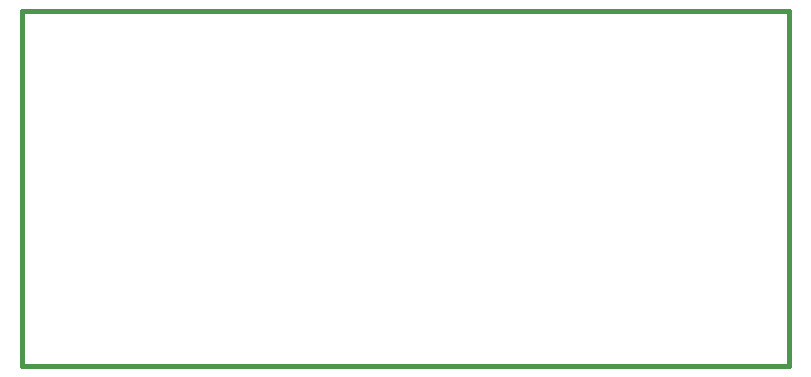
<source format=gm1>
G04 #@! TF.GenerationSoftware,KiCad,Pcbnew,(5.0.0)*
G04 #@! TF.CreationDate,2018-09-16T16:08:27-07:00*
G04 #@! TF.ProjectId,HamShieldMini1.2,48616D536869656C644D696E69312E32,rev?*
G04 #@! TF.SameCoordinates,PX459e440PY8f0d180*
G04 #@! TF.FileFunction,Profile,NP*
%FSLAX46Y46*%
G04 Gerber Fmt 4.6, Leading zero omitted, Abs format (unit mm)*
G04 Created by KiCad (PCBNEW (5.0.0)) date 09/16/18 16:08:27*
%MOMM*%
%LPD*%
G01*
G04 APERTURE LIST*
%ADD10C,0.381000*%
G04 APERTURE END LIST*
D10*
X0Y30000000D02*
X65000000Y30000000D01*
X65000000Y0D02*
X65000000Y30000000D01*
X0Y0D02*
X0Y30000000D01*
X0Y0D02*
X65000000Y0D01*
M02*

</source>
